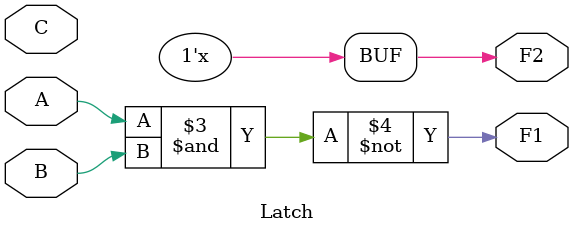
<source format=v>
`timescale 1ns / 1ps

module Latch(A, B, C, F1, F2);
input A, B, C;
output reg F1, F2;

always @(*)
begin
    F2 = F1 ^ F2;
    F1 = ~(A & B);
end
endmodule

</source>
